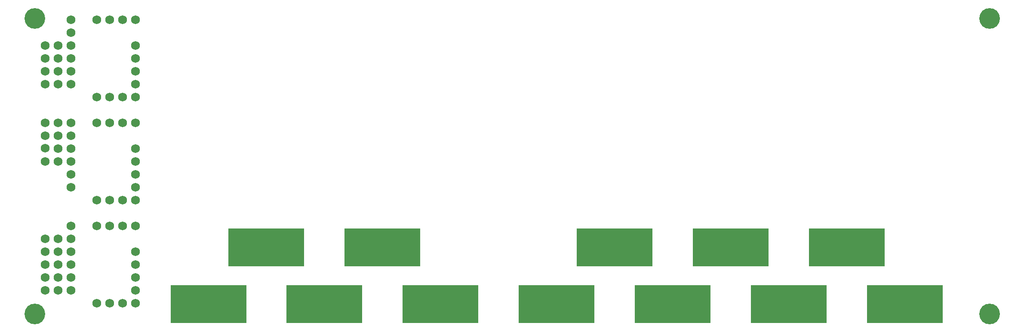
<source format=gbr>
G04 #@! TF.FileFunction,Soldermask,Top*
%FSLAX46Y46*%
G04 Gerber Fmt 4.6, Leading zero omitted, Abs format (unit mm)*
G04 Created by KiCad (PCBNEW 4.0.4-stable) date 11/21/16 14:20:49*
%MOMM*%
%LPD*%
G01*
G04 APERTURE LIST*
%ADD10C,0.100000*%
%ADD11C,1.727200*%
%ADD12C,4.064000*%
%ADD13R,15.000000X7.500000*%
G04 APERTURE END LIST*
D10*
D11*
X7620000Y53340000D03*
X7620000Y55880000D03*
X7620000Y50800000D03*
X5080000Y48260000D03*
X10160000Y40640000D03*
X10160000Y38100000D03*
X10160000Y35560000D03*
X10160000Y33020000D03*
X10160000Y30480000D03*
X10160000Y27940000D03*
X15240000Y40640000D03*
X17780000Y40640000D03*
X22860000Y40640000D03*
X20320000Y40640000D03*
X22860000Y30480000D03*
X22860000Y27940000D03*
X22860000Y25400000D03*
X22860000Y35560000D03*
X22860000Y33020000D03*
X17780000Y25400000D03*
X15240000Y25400000D03*
X20320000Y25400000D03*
X7620000Y40640000D03*
X7620000Y38100000D03*
X7620000Y35560000D03*
X7620000Y33020000D03*
D12*
X3000000Y3000000D03*
D11*
X10160000Y60960000D03*
X10160000Y58420000D03*
X10160000Y55880000D03*
X10160000Y53340000D03*
X10160000Y50800000D03*
X10160000Y48260000D03*
X15240000Y60960000D03*
X17780000Y60960000D03*
X22860000Y60960000D03*
X20320000Y60960000D03*
X22860000Y50800000D03*
X22860000Y48260000D03*
X22860000Y45720000D03*
X22860000Y55880000D03*
X22860000Y53340000D03*
X17780000Y45720000D03*
X15240000Y45720000D03*
X20320000Y45720000D03*
D13*
X37188600Y4875000D03*
X48617100Y16125000D03*
X82903000Y4875000D03*
X60045800Y4875000D03*
X71474400Y16125000D03*
X128617400Y4875000D03*
X105760200Y4875000D03*
X117188800Y16125000D03*
X140046000Y16125000D03*
X162903200Y16125000D03*
X151474600Y4875000D03*
X174331800Y4875000D03*
D11*
X10160000Y20320000D03*
X10160000Y17780000D03*
X10160000Y15240000D03*
X10160000Y12700000D03*
X10160000Y10160000D03*
X10160000Y7620000D03*
X15240000Y20320000D03*
X17780000Y20320000D03*
X22860000Y20320000D03*
X20320000Y20320000D03*
X22860000Y10160000D03*
X22860000Y7620000D03*
X22860000Y5080000D03*
X22860000Y15240000D03*
X22860000Y12700000D03*
X17780000Y5080000D03*
X15240000Y5080000D03*
X20320000Y5080000D03*
D12*
X3000000Y61250000D03*
X190960000Y61250000D03*
X190960000Y3000000D03*
D11*
X7620000Y15240000D03*
X7620000Y7620000D03*
X7620000Y17780000D03*
X7620000Y12700000D03*
X7620000Y10160000D03*
X5080000Y15240000D03*
X5080000Y7620000D03*
X5080000Y17780000D03*
X7620000Y48260000D03*
X5080000Y50800000D03*
X5080000Y53340000D03*
X5080000Y55880000D03*
X5080000Y33020000D03*
X5080000Y35669999D03*
X5080000Y38100000D03*
X5080000Y40640000D03*
X5080000Y12700000D03*
X5080000Y10160000D03*
M02*

</source>
